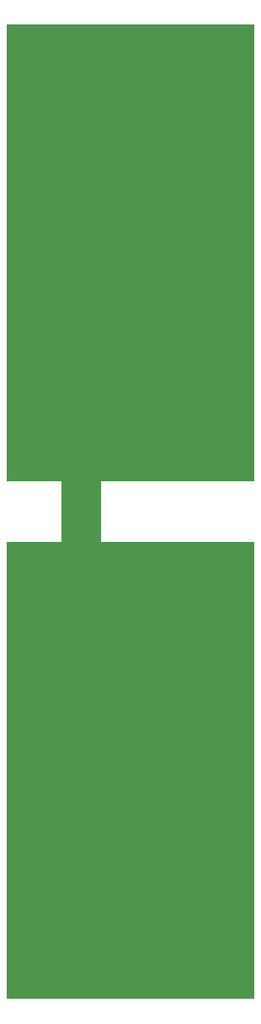
<source format=gbr>
%TF.GenerationSoftware,KiCad,Pcbnew,(6.0.11)*%
%TF.CreationDate,2023-06-08T14:05:30-05:00*%
%TF.ProjectId,SlidePlate,536c6964-6550-46c6-9174-652e6b696361,rev?*%
%TF.SameCoordinates,Original*%
%TF.FileFunction,Copper,L1,Top*%
%TF.FilePolarity,Positive*%
%FSLAX46Y46*%
G04 Gerber Fmt 4.6, Leading zero omitted, Abs format (unit mm)*
G04 Created by KiCad (PCBNEW (6.0.11)) date 2023-06-08 14:05:30*
%MOMM*%
%LPD*%
G01*
G04 APERTURE LIST*
%TA.AperFunction,SMDPad,CuDef*%
%ADD10R,25.000000X46.000000*%
%TD*%
%TA.AperFunction,Conductor*%
%ADD11C,4.000000*%
%TD*%
%TA.AperFunction,Conductor*%
%ADD12C,8.000000*%
%TD*%
G04 APERTURE END LIST*
D10*
%TO.P,J4,1,Pin_1*%
%TO.N,Net-(J2-Pad1)*%
X34000000Y-44000000D03*
%TD*%
%TO.P,J2,1,Pin_1*%
%TO.N,Net-(J2-Pad1)*%
X34000000Y-96000000D03*
%TD*%
D11*
%TO.N,Net-(J2-Pad1)*%
X29000000Y-91000000D02*
X34000000Y-96000000D01*
X29000000Y-55000000D02*
X29000000Y-91000000D01*
X34000000Y-44000000D02*
X34000000Y-50000000D01*
D12*
X37000000Y-47000000D02*
X34000000Y-44000000D01*
D11*
X34000000Y-50000000D02*
X29000000Y-55000000D01*
%TD*%
M02*

</source>
